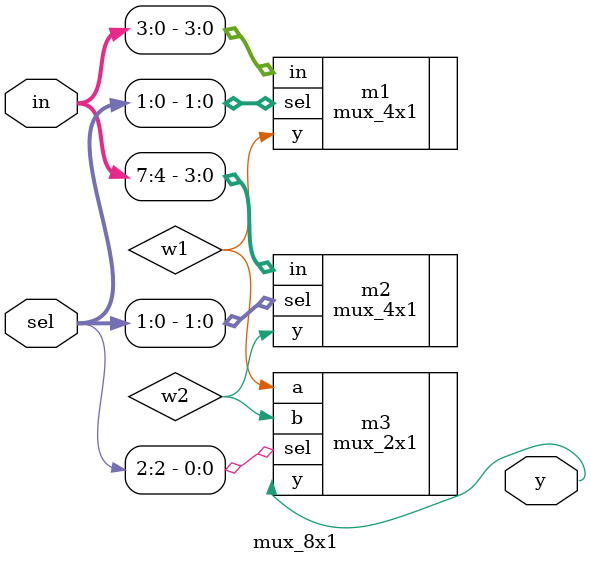
<source format=v>
`timescale 1ns / 1ps
`include"mux_2x1.v"
`include"mux_4x1.v"
module mux_8x1(
    input [7:0] in,
    input [2:0] sel,
    output y
    );
    wire w1,w2;
    mux_4x1 m1(.sel(sel[1:0]),.in(in[3:0]),.y(w1));
    mux_4x1 m2(.sel(sel[1:0]),.in(in[7:4]),.y(w2));
    mux_2x1 m3(.sel(sel[2]),.a(w1),.b(w2),.y(y));
endmodule
</source>
